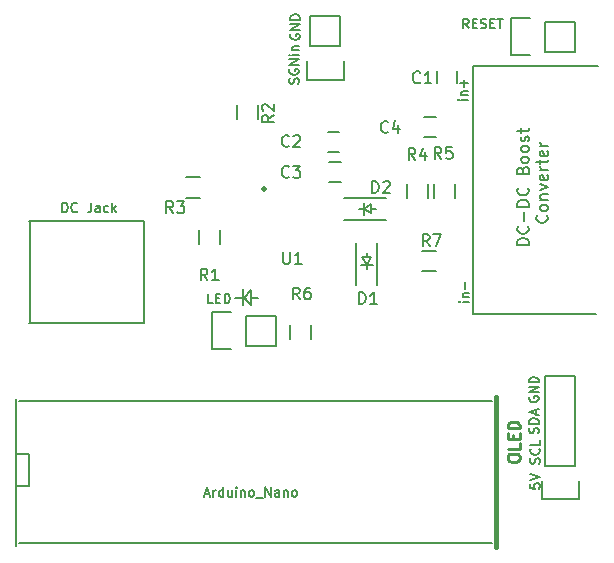
<source format=gbr>
G04 #@! TF.FileFunction,Legend,Top*
%FSLAX46Y46*%
G04 Gerber Fmt 4.6, Leading zero omitted, Abs format (unit mm)*
G04 Created by KiCad (PCBNEW 4.0.2-stable) date Sunday, December 18, 2016 'PMt' 04:17:45 PM*
%MOMM*%
G01*
G04 APERTURE LIST*
%ADD10C,0.100000*%
%ADD11C,0.200000*%
%ADD12C,0.250000*%
%ADD13C,0.300000*%
%ADD14C,0.150000*%
%ADD15C,0.381000*%
G04 APERTURE END LIST*
D10*
D11*
X68652381Y-77961905D02*
X68652381Y-77161905D01*
X68842857Y-77161905D01*
X68957143Y-77200000D01*
X69033334Y-77276190D01*
X69071429Y-77352381D01*
X69109524Y-77504762D01*
X69109524Y-77619048D01*
X69071429Y-77771429D01*
X69033334Y-77847619D01*
X68957143Y-77923810D01*
X68842857Y-77961905D01*
X68652381Y-77961905D01*
X69909524Y-77885714D02*
X69871429Y-77923810D01*
X69757143Y-77961905D01*
X69680953Y-77961905D01*
X69566667Y-77923810D01*
X69490476Y-77847619D01*
X69452381Y-77771429D01*
X69414286Y-77619048D01*
X69414286Y-77504762D01*
X69452381Y-77352381D01*
X69490476Y-77276190D01*
X69566667Y-77200000D01*
X69680953Y-77161905D01*
X69757143Y-77161905D01*
X69871429Y-77200000D01*
X69909524Y-77238095D01*
X71090477Y-77161905D02*
X71090477Y-77733333D01*
X71052381Y-77847619D01*
X70976191Y-77923810D01*
X70861905Y-77961905D01*
X70785715Y-77961905D01*
X71814286Y-77961905D02*
X71814286Y-77542857D01*
X71776191Y-77466667D01*
X71700001Y-77428571D01*
X71547620Y-77428571D01*
X71471429Y-77466667D01*
X71814286Y-77923810D02*
X71738096Y-77961905D01*
X71547620Y-77961905D01*
X71471429Y-77923810D01*
X71433334Y-77847619D01*
X71433334Y-77771429D01*
X71471429Y-77695238D01*
X71547620Y-77657143D01*
X71738096Y-77657143D01*
X71814286Y-77619048D01*
X72538096Y-77923810D02*
X72461906Y-77961905D01*
X72309525Y-77961905D01*
X72233334Y-77923810D01*
X72195239Y-77885714D01*
X72157144Y-77809524D01*
X72157144Y-77580952D01*
X72195239Y-77504762D01*
X72233334Y-77466667D01*
X72309525Y-77428571D01*
X72461906Y-77428571D01*
X72538096Y-77466667D01*
X72880953Y-77961905D02*
X72880953Y-77161905D01*
X72957144Y-77657143D02*
X73185715Y-77961905D01*
X73185715Y-77428571D02*
X72880953Y-77733333D01*
X81385715Y-85661905D02*
X81004762Y-85661905D01*
X81004762Y-84861905D01*
X81652381Y-85242857D02*
X81919048Y-85242857D01*
X82033334Y-85661905D02*
X81652381Y-85661905D01*
X81652381Y-84861905D01*
X82033334Y-84861905D01*
X82376191Y-85661905D02*
X82376191Y-84861905D01*
X82566667Y-84861905D01*
X82680953Y-84900000D01*
X82757144Y-84976190D01*
X82795239Y-85052381D01*
X82833334Y-85204762D01*
X82833334Y-85319048D01*
X82795239Y-85471429D01*
X82757144Y-85547619D01*
X82680953Y-85623810D01*
X82566667Y-85661905D01*
X82376191Y-85661905D01*
D12*
X106352381Y-98852381D02*
X106352381Y-98661904D01*
X106400000Y-98566666D01*
X106495238Y-98471428D01*
X106685714Y-98423809D01*
X107019048Y-98423809D01*
X107209524Y-98471428D01*
X107304762Y-98566666D01*
X107352381Y-98661904D01*
X107352381Y-98852381D01*
X107304762Y-98947619D01*
X107209524Y-99042857D01*
X107019048Y-99090476D01*
X106685714Y-99090476D01*
X106495238Y-99042857D01*
X106400000Y-98947619D01*
X106352381Y-98852381D01*
X107352381Y-97519047D02*
X107352381Y-97995238D01*
X106352381Y-97995238D01*
X106828571Y-97185714D02*
X106828571Y-96852380D01*
X107352381Y-96709523D02*
X107352381Y-97185714D01*
X106352381Y-97185714D01*
X106352381Y-96709523D01*
X107352381Y-96280952D02*
X106352381Y-96280952D01*
X106352381Y-96042857D01*
X106400000Y-95899999D01*
X106495238Y-95804761D01*
X106590476Y-95757142D01*
X106780952Y-95709523D01*
X106923810Y-95709523D01*
X107114286Y-95757142D01*
X107209524Y-95804761D01*
X107304762Y-95899999D01*
X107352381Y-96042857D01*
X107352381Y-96280952D01*
D11*
X83900000Y-85200000D02*
X83300000Y-85200000D01*
X84700000Y-85200000D02*
X85200000Y-85200000D01*
X83900000Y-85100000D02*
X83900000Y-85800000D01*
X83900000Y-84500000D02*
X83900000Y-85100000D01*
X83900000Y-85100000D02*
X83900000Y-84500000D01*
X84600000Y-85800000D02*
X83900000Y-85100000D01*
X84000000Y-85200000D02*
X84600000Y-85800000D01*
X84600000Y-84600000D02*
X84000000Y-85200000D01*
X84600000Y-85800000D02*
X84600000Y-84600000D01*
D13*
X85700000Y-75935714D02*
X85771428Y-76007143D01*
X85700000Y-76078571D01*
X85628571Y-76007143D01*
X85700000Y-75935714D01*
X85700000Y-76078571D01*
D11*
X88623810Y-67100000D02*
X88661905Y-66985714D01*
X88661905Y-66795238D01*
X88623810Y-66719048D01*
X88585714Y-66680952D01*
X88509524Y-66642857D01*
X88433333Y-66642857D01*
X88357143Y-66680952D01*
X88319048Y-66719048D01*
X88280952Y-66795238D01*
X88242857Y-66947619D01*
X88204762Y-67023810D01*
X88166667Y-67061905D01*
X88090476Y-67100000D01*
X88014286Y-67100000D01*
X87938095Y-67061905D01*
X87900000Y-67023810D01*
X87861905Y-66947619D01*
X87861905Y-66757143D01*
X87900000Y-66642857D01*
X87900000Y-65880952D02*
X87861905Y-65957143D01*
X87861905Y-66071428D01*
X87900000Y-66185714D01*
X87976190Y-66261905D01*
X88052381Y-66300000D01*
X88204762Y-66338095D01*
X88319048Y-66338095D01*
X88471429Y-66300000D01*
X88547619Y-66261905D01*
X88623810Y-66185714D01*
X88661905Y-66071428D01*
X88661905Y-65995238D01*
X88623810Y-65880952D01*
X88585714Y-65842857D01*
X88319048Y-65842857D01*
X88319048Y-65995238D01*
X88661905Y-65500000D02*
X87861905Y-65500000D01*
X88661905Y-65042857D01*
X87861905Y-65042857D01*
X88661905Y-64661905D02*
X88128571Y-64661905D01*
X87861905Y-64661905D02*
X87900000Y-64700000D01*
X87938095Y-64661905D01*
X87900000Y-64623810D01*
X87861905Y-64661905D01*
X87938095Y-64661905D01*
X88128571Y-64280953D02*
X88661905Y-64280953D01*
X88204762Y-64280953D02*
X88166667Y-64242858D01*
X88128571Y-64166667D01*
X88128571Y-64052381D01*
X88166667Y-63976191D01*
X88242857Y-63938096D01*
X88661905Y-63938096D01*
X88000000Y-62909523D02*
X87961905Y-62985714D01*
X87961905Y-63099999D01*
X88000000Y-63214285D01*
X88076190Y-63290476D01*
X88152381Y-63328571D01*
X88304762Y-63366666D01*
X88419048Y-63366666D01*
X88571429Y-63328571D01*
X88647619Y-63290476D01*
X88723810Y-63214285D01*
X88761905Y-63099999D01*
X88761905Y-63023809D01*
X88723810Y-62909523D01*
X88685714Y-62871428D01*
X88419048Y-62871428D01*
X88419048Y-63023809D01*
X88761905Y-62528571D02*
X87961905Y-62528571D01*
X88761905Y-62071428D01*
X87961905Y-62071428D01*
X88761905Y-61690476D02*
X87961905Y-61690476D01*
X87961905Y-61500000D01*
X88000000Y-61385714D01*
X88076190Y-61309523D01*
X88152381Y-61271428D01*
X88304762Y-61233333D01*
X88419048Y-61233333D01*
X88571429Y-61271428D01*
X88647619Y-61309523D01*
X88723810Y-61385714D01*
X88761905Y-61500000D01*
X88761905Y-61690476D01*
X103061905Y-85557143D02*
X102528571Y-85557143D01*
X102261905Y-85557143D02*
X102300000Y-85595238D01*
X102338095Y-85557143D01*
X102300000Y-85519048D01*
X102261905Y-85557143D01*
X102338095Y-85557143D01*
X102528571Y-85176191D02*
X103061905Y-85176191D01*
X102604762Y-85176191D02*
X102566667Y-85138096D01*
X102528571Y-85061905D01*
X102528571Y-84947619D01*
X102566667Y-84871429D01*
X102642857Y-84833334D01*
X103061905Y-84833334D01*
X102757143Y-84452381D02*
X102757143Y-83842857D01*
X102961905Y-68457143D02*
X102428571Y-68457143D01*
X102161905Y-68457143D02*
X102200000Y-68495238D01*
X102238095Y-68457143D01*
X102200000Y-68419048D01*
X102161905Y-68457143D01*
X102238095Y-68457143D01*
X102428571Y-68076191D02*
X102961905Y-68076191D01*
X102504762Y-68076191D02*
X102466667Y-68038096D01*
X102428571Y-67961905D01*
X102428571Y-67847619D01*
X102466667Y-67771429D01*
X102542857Y-67733334D01*
X102961905Y-67733334D01*
X102657143Y-67352381D02*
X102657143Y-66742857D01*
X102961905Y-67047619D02*
X102352381Y-67047619D01*
X103038095Y-62411905D02*
X102771428Y-62030952D01*
X102580952Y-62411905D02*
X102580952Y-61611905D01*
X102885714Y-61611905D01*
X102961905Y-61650000D01*
X103000000Y-61688095D01*
X103038095Y-61764286D01*
X103038095Y-61878571D01*
X103000000Y-61954762D01*
X102961905Y-61992857D01*
X102885714Y-62030952D01*
X102580952Y-62030952D01*
X103380952Y-61992857D02*
X103647619Y-61992857D01*
X103761905Y-62411905D02*
X103380952Y-62411905D01*
X103380952Y-61611905D01*
X103761905Y-61611905D01*
X104066667Y-62373810D02*
X104180953Y-62411905D01*
X104371429Y-62411905D01*
X104447619Y-62373810D01*
X104485715Y-62335714D01*
X104523810Y-62259524D01*
X104523810Y-62183333D01*
X104485715Y-62107143D01*
X104447619Y-62069048D01*
X104371429Y-62030952D01*
X104219048Y-61992857D01*
X104142857Y-61954762D01*
X104104762Y-61916667D01*
X104066667Y-61840476D01*
X104066667Y-61764286D01*
X104104762Y-61688095D01*
X104142857Y-61650000D01*
X104219048Y-61611905D01*
X104409524Y-61611905D01*
X104523810Y-61650000D01*
X104866667Y-61992857D02*
X105133334Y-61992857D01*
X105247620Y-62411905D02*
X104866667Y-62411905D01*
X104866667Y-61611905D01*
X105247620Y-61611905D01*
X105476191Y-61611905D02*
X105933334Y-61611905D01*
X105704763Y-62411905D02*
X105704763Y-61611905D01*
X103400000Y-86600000D02*
X113800000Y-86600000D01*
X103400000Y-65600000D02*
X103400000Y-86600000D01*
X114000000Y-65600000D02*
X103400000Y-65600000D01*
X108923810Y-96671428D02*
X108961905Y-96557142D01*
X108961905Y-96366666D01*
X108923810Y-96290476D01*
X108885714Y-96252380D01*
X108809524Y-96214285D01*
X108733333Y-96214285D01*
X108657143Y-96252380D01*
X108619048Y-96290476D01*
X108580952Y-96366666D01*
X108542857Y-96519047D01*
X108504762Y-96595238D01*
X108466667Y-96633333D01*
X108390476Y-96671428D01*
X108314286Y-96671428D01*
X108238095Y-96633333D01*
X108200000Y-96595238D01*
X108161905Y-96519047D01*
X108161905Y-96328571D01*
X108200000Y-96214285D01*
X108961905Y-95871428D02*
X108161905Y-95871428D01*
X108161905Y-95680952D01*
X108200000Y-95566666D01*
X108276190Y-95490475D01*
X108352381Y-95452380D01*
X108504762Y-95414285D01*
X108619048Y-95414285D01*
X108771429Y-95452380D01*
X108847619Y-95490475D01*
X108923810Y-95566666D01*
X108961905Y-95680952D01*
X108961905Y-95871428D01*
X108733333Y-95109523D02*
X108733333Y-94728571D01*
X108961905Y-95185714D02*
X108161905Y-94919047D01*
X108961905Y-94652380D01*
X108200000Y-93609523D02*
X108161905Y-93685714D01*
X108161905Y-93799999D01*
X108200000Y-93914285D01*
X108276190Y-93990476D01*
X108352381Y-94028571D01*
X108504762Y-94066666D01*
X108619048Y-94066666D01*
X108771429Y-94028571D01*
X108847619Y-93990476D01*
X108923810Y-93914285D01*
X108961905Y-93799999D01*
X108961905Y-93723809D01*
X108923810Y-93609523D01*
X108885714Y-93571428D01*
X108619048Y-93571428D01*
X108619048Y-93723809D01*
X108961905Y-93228571D02*
X108161905Y-93228571D01*
X108961905Y-92771428D01*
X108161905Y-92771428D01*
X108961905Y-92390476D02*
X108161905Y-92390476D01*
X108161905Y-92200000D01*
X108200000Y-92085714D01*
X108276190Y-92009523D01*
X108352381Y-91971428D01*
X108504762Y-91933333D01*
X108619048Y-91933333D01*
X108771429Y-91971428D01*
X108847619Y-92009523D01*
X108923810Y-92085714D01*
X108961905Y-92200000D01*
X108961905Y-92390476D01*
X109023810Y-99252381D02*
X109061905Y-99138095D01*
X109061905Y-98947619D01*
X109023810Y-98871429D01*
X108985714Y-98833333D01*
X108909524Y-98795238D01*
X108833333Y-98795238D01*
X108757143Y-98833333D01*
X108719048Y-98871429D01*
X108680952Y-98947619D01*
X108642857Y-99100000D01*
X108604762Y-99176191D01*
X108566667Y-99214286D01*
X108490476Y-99252381D01*
X108414286Y-99252381D01*
X108338095Y-99214286D01*
X108300000Y-99176191D01*
X108261905Y-99100000D01*
X108261905Y-98909524D01*
X108300000Y-98795238D01*
X108985714Y-97995238D02*
X109023810Y-98033333D01*
X109061905Y-98147619D01*
X109061905Y-98223809D01*
X109023810Y-98338095D01*
X108947619Y-98414286D01*
X108871429Y-98452381D01*
X108719048Y-98490476D01*
X108604762Y-98490476D01*
X108452381Y-98452381D01*
X108376190Y-98414286D01*
X108300000Y-98338095D01*
X108261905Y-98223809D01*
X108261905Y-98147619D01*
X108300000Y-98033333D01*
X108338095Y-97995238D01*
X109061905Y-97271428D02*
X109061905Y-97652381D01*
X108261905Y-97652381D01*
X108261905Y-100952380D02*
X108261905Y-101333333D01*
X108642857Y-101371428D01*
X108604762Y-101333333D01*
X108566667Y-101257142D01*
X108566667Y-101066666D01*
X108604762Y-100990476D01*
X108642857Y-100952380D01*
X108719048Y-100914285D01*
X108909524Y-100914285D01*
X108985714Y-100952380D01*
X109023810Y-100990476D01*
X109061905Y-101066666D01*
X109061905Y-101257142D01*
X109023810Y-101333333D01*
X108985714Y-101371428D01*
X108261905Y-100685714D02*
X109061905Y-100419047D01*
X108261905Y-100152380D01*
X108152381Y-80738096D02*
X107152381Y-80738096D01*
X107152381Y-80500001D01*
X107200000Y-80357143D01*
X107295238Y-80261905D01*
X107390476Y-80214286D01*
X107580952Y-80166667D01*
X107723810Y-80166667D01*
X107914286Y-80214286D01*
X108009524Y-80261905D01*
X108104762Y-80357143D01*
X108152381Y-80500001D01*
X108152381Y-80738096D01*
X108057143Y-79166667D02*
X108104762Y-79214286D01*
X108152381Y-79357143D01*
X108152381Y-79452381D01*
X108104762Y-79595239D01*
X108009524Y-79690477D01*
X107914286Y-79738096D01*
X107723810Y-79785715D01*
X107580952Y-79785715D01*
X107390476Y-79738096D01*
X107295238Y-79690477D01*
X107200000Y-79595239D01*
X107152381Y-79452381D01*
X107152381Y-79357143D01*
X107200000Y-79214286D01*
X107247619Y-79166667D01*
X107771429Y-78738096D02*
X107771429Y-77976191D01*
X108152381Y-77500001D02*
X107152381Y-77500001D01*
X107152381Y-77261906D01*
X107200000Y-77119048D01*
X107295238Y-77023810D01*
X107390476Y-76976191D01*
X107580952Y-76928572D01*
X107723810Y-76928572D01*
X107914286Y-76976191D01*
X108009524Y-77023810D01*
X108104762Y-77119048D01*
X108152381Y-77261906D01*
X108152381Y-77500001D01*
X108057143Y-75928572D02*
X108104762Y-75976191D01*
X108152381Y-76119048D01*
X108152381Y-76214286D01*
X108104762Y-76357144D01*
X108009524Y-76452382D01*
X107914286Y-76500001D01*
X107723810Y-76547620D01*
X107580952Y-76547620D01*
X107390476Y-76500001D01*
X107295238Y-76452382D01*
X107200000Y-76357144D01*
X107152381Y-76214286D01*
X107152381Y-76119048D01*
X107200000Y-75976191D01*
X107247619Y-75928572D01*
X107628571Y-74404762D02*
X107676190Y-74261905D01*
X107723810Y-74214286D01*
X107819048Y-74166667D01*
X107961905Y-74166667D01*
X108057143Y-74214286D01*
X108104762Y-74261905D01*
X108152381Y-74357143D01*
X108152381Y-74738096D01*
X107152381Y-74738096D01*
X107152381Y-74404762D01*
X107200000Y-74309524D01*
X107247619Y-74261905D01*
X107342857Y-74214286D01*
X107438095Y-74214286D01*
X107533333Y-74261905D01*
X107580952Y-74309524D01*
X107628571Y-74404762D01*
X107628571Y-74738096D01*
X108152381Y-73595239D02*
X108104762Y-73690477D01*
X108057143Y-73738096D01*
X107961905Y-73785715D01*
X107676190Y-73785715D01*
X107580952Y-73738096D01*
X107533333Y-73690477D01*
X107485714Y-73595239D01*
X107485714Y-73452381D01*
X107533333Y-73357143D01*
X107580952Y-73309524D01*
X107676190Y-73261905D01*
X107961905Y-73261905D01*
X108057143Y-73309524D01*
X108104762Y-73357143D01*
X108152381Y-73452381D01*
X108152381Y-73595239D01*
X108152381Y-72690477D02*
X108104762Y-72785715D01*
X108057143Y-72833334D01*
X107961905Y-72880953D01*
X107676190Y-72880953D01*
X107580952Y-72833334D01*
X107533333Y-72785715D01*
X107485714Y-72690477D01*
X107485714Y-72547619D01*
X107533333Y-72452381D01*
X107580952Y-72404762D01*
X107676190Y-72357143D01*
X107961905Y-72357143D01*
X108057143Y-72404762D01*
X108104762Y-72452381D01*
X108152381Y-72547619D01*
X108152381Y-72690477D01*
X108104762Y-71976191D02*
X108152381Y-71880953D01*
X108152381Y-71690477D01*
X108104762Y-71595238D01*
X108009524Y-71547619D01*
X107961905Y-71547619D01*
X107866667Y-71595238D01*
X107819048Y-71690477D01*
X107819048Y-71833334D01*
X107771429Y-71928572D01*
X107676190Y-71976191D01*
X107628571Y-71976191D01*
X107533333Y-71928572D01*
X107485714Y-71833334D01*
X107485714Y-71690477D01*
X107533333Y-71595238D01*
X107485714Y-71261905D02*
X107485714Y-70880953D01*
X107152381Y-71119048D02*
X108009524Y-71119048D01*
X108104762Y-71071429D01*
X108152381Y-70976191D01*
X108152381Y-70880953D01*
X109657143Y-78238096D02*
X109704762Y-78285715D01*
X109752381Y-78428572D01*
X109752381Y-78523810D01*
X109704762Y-78666668D01*
X109609524Y-78761906D01*
X109514286Y-78809525D01*
X109323810Y-78857144D01*
X109180952Y-78857144D01*
X108990476Y-78809525D01*
X108895238Y-78761906D01*
X108800000Y-78666668D01*
X108752381Y-78523810D01*
X108752381Y-78428572D01*
X108800000Y-78285715D01*
X108847619Y-78238096D01*
X109752381Y-77666668D02*
X109704762Y-77761906D01*
X109657143Y-77809525D01*
X109561905Y-77857144D01*
X109276190Y-77857144D01*
X109180952Y-77809525D01*
X109133333Y-77761906D01*
X109085714Y-77666668D01*
X109085714Y-77523810D01*
X109133333Y-77428572D01*
X109180952Y-77380953D01*
X109276190Y-77333334D01*
X109561905Y-77333334D01*
X109657143Y-77380953D01*
X109704762Y-77428572D01*
X109752381Y-77523810D01*
X109752381Y-77666668D01*
X109085714Y-76904763D02*
X109752381Y-76904763D01*
X109180952Y-76904763D02*
X109133333Y-76857144D01*
X109085714Y-76761906D01*
X109085714Y-76619048D01*
X109133333Y-76523810D01*
X109228571Y-76476191D01*
X109752381Y-76476191D01*
X109085714Y-76095239D02*
X109752381Y-75857144D01*
X109085714Y-75619048D01*
X109704762Y-74857143D02*
X109752381Y-74952381D01*
X109752381Y-75142858D01*
X109704762Y-75238096D01*
X109609524Y-75285715D01*
X109228571Y-75285715D01*
X109133333Y-75238096D01*
X109085714Y-75142858D01*
X109085714Y-74952381D01*
X109133333Y-74857143D01*
X109228571Y-74809524D01*
X109323810Y-74809524D01*
X109419048Y-75285715D01*
X109752381Y-74380953D02*
X109085714Y-74380953D01*
X109276190Y-74380953D02*
X109180952Y-74333334D01*
X109133333Y-74285715D01*
X109085714Y-74190477D01*
X109085714Y-74095238D01*
X109085714Y-73904762D02*
X109085714Y-73523810D01*
X108752381Y-73761905D02*
X109609524Y-73761905D01*
X109704762Y-73714286D01*
X109752381Y-73619048D01*
X109752381Y-73523810D01*
X109704762Y-72809523D02*
X109752381Y-72904761D01*
X109752381Y-73095238D01*
X109704762Y-73190476D01*
X109609524Y-73238095D01*
X109228571Y-73238095D01*
X109133333Y-73190476D01*
X109085714Y-73095238D01*
X109085714Y-72904761D01*
X109133333Y-72809523D01*
X109228571Y-72761904D01*
X109323810Y-72761904D01*
X109419048Y-73238095D01*
X109752381Y-72333333D02*
X109085714Y-72333333D01*
X109276190Y-72333333D02*
X109180952Y-72285714D01*
X109133333Y-72238095D01*
X109085714Y-72142857D01*
X109085714Y-72047618D01*
D14*
X65000000Y-106000000D02*
X105000000Y-106000000D01*
X65000000Y-94000000D02*
X105000000Y-94000000D01*
X65823000Y-101143000D02*
X64807000Y-101143000D01*
X65823000Y-100762000D02*
X65823000Y-101143000D01*
X65823000Y-100889000D02*
X65823000Y-98476000D01*
X65823000Y-98476000D02*
X64807000Y-98476000D01*
X64807000Y-98476000D02*
X65823000Y-98476000D01*
X65823000Y-98476000D02*
X65823000Y-100762000D01*
X64680000Y-106223000D02*
X64680000Y-93777000D01*
D15*
X105320000Y-93650000D02*
X105320000Y-106350000D01*
D14*
X75588000Y-87318000D02*
X65809000Y-87318000D01*
X65809000Y-78682000D02*
X75588000Y-78682000D01*
X75588000Y-78682000D02*
X65809000Y-78682000D01*
X65809000Y-78682000D02*
X65936000Y-78682000D01*
X65936000Y-78682000D02*
X65936000Y-87318000D01*
X75588000Y-78682000D02*
X75588000Y-87318000D01*
X92100000Y-71150000D02*
X91100000Y-71150000D01*
X91100000Y-72850000D02*
X92100000Y-72850000D01*
X100300000Y-69950000D02*
X99300000Y-69950000D01*
X99300000Y-71650000D02*
X100300000Y-71650000D01*
X94400000Y-81782500D02*
X94400000Y-81401500D01*
X94400000Y-82798500D02*
X94400000Y-82417500D01*
X94400000Y-82417500D02*
X94019000Y-81782500D01*
X94019000Y-81782500D02*
X94781000Y-81782500D01*
X94781000Y-81782500D02*
X94400000Y-82417500D01*
X93892000Y-82417500D02*
X94908000Y-82417500D01*
X95300000Y-84100000D02*
X95300000Y-80560000D01*
X93500000Y-84100000D02*
X93500000Y-80560000D01*
X94817500Y-77700000D02*
X95198500Y-77700000D01*
X93801500Y-77700000D02*
X94182500Y-77700000D01*
X94182500Y-77700000D02*
X94817500Y-77319000D01*
X94817500Y-77319000D02*
X94817500Y-78081000D01*
X94817500Y-78081000D02*
X94182500Y-77700000D01*
X94182500Y-77192000D02*
X94182500Y-78208000D01*
X92500000Y-78600000D02*
X96040000Y-78600000D01*
X92500000Y-76800000D02*
X96040000Y-76800000D01*
X84170000Y-86730000D02*
X86710000Y-86730000D01*
X81350000Y-86450000D02*
X82900000Y-86450000D01*
X84170000Y-86730000D02*
X84170000Y-89270000D01*
X82900000Y-89550000D02*
X81350000Y-89550000D01*
X81350000Y-89550000D02*
X81350000Y-86450000D01*
X84170000Y-89270000D02*
X86710000Y-89270000D01*
X86710000Y-89270000D02*
X86710000Y-86730000D01*
X89630000Y-63930000D02*
X89630000Y-61390000D01*
X89350000Y-66750000D02*
X89350000Y-65200000D01*
X89630000Y-63930000D02*
X92170000Y-63930000D01*
X92450000Y-65200000D02*
X92450000Y-66750000D01*
X92450000Y-66750000D02*
X89350000Y-66750000D01*
X92170000Y-63930000D02*
X92170000Y-61390000D01*
X92170000Y-61390000D02*
X89630000Y-61390000D01*
X81975000Y-79500000D02*
X81975000Y-80700000D01*
X80225000Y-80700000D02*
X80225000Y-79500000D01*
X85175000Y-68900000D02*
X85175000Y-70100000D01*
X83425000Y-70100000D02*
X83425000Y-68900000D01*
X80300000Y-76775000D02*
X79100000Y-76775000D01*
X79100000Y-75025000D02*
X80300000Y-75025000D01*
X97825000Y-76800000D02*
X97825000Y-75600000D01*
X99575000Y-75600000D02*
X99575000Y-76800000D01*
X101875000Y-75600000D02*
X101875000Y-76800000D01*
X100125000Y-76800000D02*
X100125000Y-75600000D01*
X89675000Y-87500000D02*
X89675000Y-88700000D01*
X87925000Y-88700000D02*
X87925000Y-87500000D01*
X99100000Y-81225000D02*
X100300000Y-81225000D01*
X100300000Y-82975000D02*
X99100000Y-82975000D01*
X109470000Y-61830000D02*
X112010000Y-61830000D01*
X106650000Y-61550000D02*
X108200000Y-61550000D01*
X109470000Y-61830000D02*
X109470000Y-64370000D01*
X108200000Y-64650000D02*
X106650000Y-64650000D01*
X106650000Y-64650000D02*
X106650000Y-61550000D01*
X109470000Y-64370000D02*
X112010000Y-64370000D01*
X112010000Y-64370000D02*
X112010000Y-61830000D01*
X112070000Y-99430000D02*
X112070000Y-91810000D01*
X109530000Y-99430000D02*
X109530000Y-91810000D01*
X109250000Y-102250000D02*
X109250000Y-100700000D01*
X112070000Y-91810000D02*
X109530000Y-91810000D01*
X109530000Y-99430000D02*
X112070000Y-99430000D01*
X112350000Y-100700000D02*
X112350000Y-102250000D01*
X112350000Y-102250000D02*
X109250000Y-102250000D01*
X100350000Y-66000000D02*
X100350000Y-67000000D01*
X102050000Y-67000000D02*
X102050000Y-66000000D01*
X92200000Y-73750000D02*
X91200000Y-73750000D01*
X91200000Y-75450000D02*
X92200000Y-75450000D01*
D11*
X80714285Y-101833333D02*
X81095237Y-101833333D01*
X80638094Y-102061905D02*
X80904761Y-101261905D01*
X81171428Y-102061905D01*
X81438094Y-102061905D02*
X81438094Y-101528571D01*
X81438094Y-101680952D02*
X81476189Y-101604762D01*
X81514285Y-101566667D01*
X81590475Y-101528571D01*
X81666666Y-101528571D01*
X82276189Y-102061905D02*
X82276189Y-101261905D01*
X82276189Y-102023810D02*
X82199999Y-102061905D01*
X82047618Y-102061905D01*
X81971427Y-102023810D01*
X81933332Y-101985714D01*
X81895237Y-101909524D01*
X81895237Y-101680952D01*
X81933332Y-101604762D01*
X81971427Y-101566667D01*
X82047618Y-101528571D01*
X82199999Y-101528571D01*
X82276189Y-101566667D01*
X82999999Y-101528571D02*
X82999999Y-102061905D01*
X82657142Y-101528571D02*
X82657142Y-101947619D01*
X82695237Y-102023810D01*
X82771428Y-102061905D01*
X82885714Y-102061905D01*
X82961904Y-102023810D01*
X82999999Y-101985714D01*
X83380952Y-102061905D02*
X83380952Y-101528571D01*
X83380952Y-101261905D02*
X83342857Y-101300000D01*
X83380952Y-101338095D01*
X83419047Y-101300000D01*
X83380952Y-101261905D01*
X83380952Y-101338095D01*
X83761904Y-101528571D02*
X83761904Y-102061905D01*
X83761904Y-101604762D02*
X83799999Y-101566667D01*
X83876190Y-101528571D01*
X83990476Y-101528571D01*
X84066666Y-101566667D01*
X84104761Y-101642857D01*
X84104761Y-102061905D01*
X84600000Y-102061905D02*
X84523809Y-102023810D01*
X84485714Y-101985714D01*
X84447619Y-101909524D01*
X84447619Y-101680952D01*
X84485714Y-101604762D01*
X84523809Y-101566667D01*
X84600000Y-101528571D01*
X84714286Y-101528571D01*
X84790476Y-101566667D01*
X84828571Y-101604762D01*
X84866667Y-101680952D01*
X84866667Y-101909524D01*
X84828571Y-101985714D01*
X84790476Y-102023810D01*
X84714286Y-102061905D01*
X84600000Y-102061905D01*
X85019048Y-102138095D02*
X85628572Y-102138095D01*
X85819048Y-102061905D02*
X85819048Y-101261905D01*
X86276191Y-102061905D01*
X86276191Y-101261905D01*
X87000000Y-102061905D02*
X87000000Y-101642857D01*
X86961905Y-101566667D01*
X86885715Y-101528571D01*
X86733334Y-101528571D01*
X86657143Y-101566667D01*
X87000000Y-102023810D02*
X86923810Y-102061905D01*
X86733334Y-102061905D01*
X86657143Y-102023810D01*
X86619048Y-101947619D01*
X86619048Y-101871429D01*
X86657143Y-101795238D01*
X86733334Y-101757143D01*
X86923810Y-101757143D01*
X87000000Y-101719048D01*
X87380953Y-101528571D02*
X87380953Y-102061905D01*
X87380953Y-101604762D02*
X87419048Y-101566667D01*
X87495239Y-101528571D01*
X87609525Y-101528571D01*
X87685715Y-101566667D01*
X87723810Y-101642857D01*
X87723810Y-102061905D01*
X88219049Y-102061905D02*
X88142858Y-102023810D01*
X88104763Y-101985714D01*
X88066668Y-101909524D01*
X88066668Y-101680952D01*
X88104763Y-101604762D01*
X88142858Y-101566667D01*
X88219049Y-101528571D01*
X88333335Y-101528571D01*
X88409525Y-101566667D01*
X88447620Y-101604762D01*
X88485716Y-101680952D01*
X88485716Y-101909524D01*
X88447620Y-101985714D01*
X88409525Y-102023810D01*
X88333335Y-102061905D01*
X88219049Y-102061905D01*
D14*
X87833334Y-72357143D02*
X87785715Y-72404762D01*
X87642858Y-72452381D01*
X87547620Y-72452381D01*
X87404762Y-72404762D01*
X87309524Y-72309524D01*
X87261905Y-72214286D01*
X87214286Y-72023810D01*
X87214286Y-71880952D01*
X87261905Y-71690476D01*
X87309524Y-71595238D01*
X87404762Y-71500000D01*
X87547620Y-71452381D01*
X87642858Y-71452381D01*
X87785715Y-71500000D01*
X87833334Y-71547619D01*
X88214286Y-71547619D02*
X88261905Y-71500000D01*
X88357143Y-71452381D01*
X88595239Y-71452381D01*
X88690477Y-71500000D01*
X88738096Y-71547619D01*
X88785715Y-71642857D01*
X88785715Y-71738095D01*
X88738096Y-71880952D01*
X88166667Y-72452381D01*
X88785715Y-72452381D01*
X96233334Y-71157143D02*
X96185715Y-71204762D01*
X96042858Y-71252381D01*
X95947620Y-71252381D01*
X95804762Y-71204762D01*
X95709524Y-71109524D01*
X95661905Y-71014286D01*
X95614286Y-70823810D01*
X95614286Y-70680952D01*
X95661905Y-70490476D01*
X95709524Y-70395238D01*
X95804762Y-70300000D01*
X95947620Y-70252381D01*
X96042858Y-70252381D01*
X96185715Y-70300000D01*
X96233334Y-70347619D01*
X97090477Y-70585714D02*
X97090477Y-71252381D01*
X96852381Y-70204762D02*
X96614286Y-70919048D01*
X97233334Y-70919048D01*
X93761905Y-85752381D02*
X93761905Y-84752381D01*
X94000000Y-84752381D01*
X94142858Y-84800000D01*
X94238096Y-84895238D01*
X94285715Y-84990476D01*
X94333334Y-85180952D01*
X94333334Y-85323810D01*
X94285715Y-85514286D01*
X94238096Y-85609524D01*
X94142858Y-85704762D01*
X94000000Y-85752381D01*
X93761905Y-85752381D01*
X95285715Y-85752381D02*
X94714286Y-85752381D01*
X95000000Y-85752381D02*
X95000000Y-84752381D01*
X94904762Y-84895238D01*
X94809524Y-84990476D01*
X94714286Y-85038095D01*
X94861905Y-76352381D02*
X94861905Y-75352381D01*
X95100000Y-75352381D01*
X95242858Y-75400000D01*
X95338096Y-75495238D01*
X95385715Y-75590476D01*
X95433334Y-75780952D01*
X95433334Y-75923810D01*
X95385715Y-76114286D01*
X95338096Y-76209524D01*
X95242858Y-76304762D01*
X95100000Y-76352381D01*
X94861905Y-76352381D01*
X95814286Y-75447619D02*
X95861905Y-75400000D01*
X95957143Y-75352381D01*
X96195239Y-75352381D01*
X96290477Y-75400000D01*
X96338096Y-75447619D01*
X96385715Y-75542857D01*
X96385715Y-75638095D01*
X96338096Y-75780952D01*
X95766667Y-76352381D01*
X96385715Y-76352381D01*
X80933334Y-83752381D02*
X80600000Y-83276190D01*
X80361905Y-83752381D02*
X80361905Y-82752381D01*
X80742858Y-82752381D01*
X80838096Y-82800000D01*
X80885715Y-82847619D01*
X80933334Y-82942857D01*
X80933334Y-83085714D01*
X80885715Y-83180952D01*
X80838096Y-83228571D01*
X80742858Y-83276190D01*
X80361905Y-83276190D01*
X81885715Y-83752381D02*
X81314286Y-83752381D01*
X81600000Y-83752381D02*
X81600000Y-82752381D01*
X81504762Y-82895238D01*
X81409524Y-82990476D01*
X81314286Y-83038095D01*
X86552381Y-69766666D02*
X86076190Y-70100000D01*
X86552381Y-70338095D02*
X85552381Y-70338095D01*
X85552381Y-69957142D01*
X85600000Y-69861904D01*
X85647619Y-69814285D01*
X85742857Y-69766666D01*
X85885714Y-69766666D01*
X85980952Y-69814285D01*
X86028571Y-69861904D01*
X86076190Y-69957142D01*
X86076190Y-70338095D01*
X85647619Y-69385714D02*
X85600000Y-69338095D01*
X85552381Y-69242857D01*
X85552381Y-69004761D01*
X85600000Y-68909523D01*
X85647619Y-68861904D01*
X85742857Y-68814285D01*
X85838095Y-68814285D01*
X85980952Y-68861904D01*
X86552381Y-69433333D01*
X86552381Y-68814285D01*
X78033334Y-78052381D02*
X77700000Y-77576190D01*
X77461905Y-78052381D02*
X77461905Y-77052381D01*
X77842858Y-77052381D01*
X77938096Y-77100000D01*
X77985715Y-77147619D01*
X78033334Y-77242857D01*
X78033334Y-77385714D01*
X77985715Y-77480952D01*
X77938096Y-77528571D01*
X77842858Y-77576190D01*
X77461905Y-77576190D01*
X78366667Y-77052381D02*
X78985715Y-77052381D01*
X78652381Y-77433333D01*
X78795239Y-77433333D01*
X78890477Y-77480952D01*
X78938096Y-77528571D01*
X78985715Y-77623810D01*
X78985715Y-77861905D01*
X78938096Y-77957143D01*
X78890477Y-78004762D01*
X78795239Y-78052381D01*
X78509524Y-78052381D01*
X78414286Y-78004762D01*
X78366667Y-77957143D01*
X98533334Y-73552381D02*
X98200000Y-73076190D01*
X97961905Y-73552381D02*
X97961905Y-72552381D01*
X98342858Y-72552381D01*
X98438096Y-72600000D01*
X98485715Y-72647619D01*
X98533334Y-72742857D01*
X98533334Y-72885714D01*
X98485715Y-72980952D01*
X98438096Y-73028571D01*
X98342858Y-73076190D01*
X97961905Y-73076190D01*
X99390477Y-72885714D02*
X99390477Y-73552381D01*
X99152381Y-72504762D02*
X98914286Y-73219048D01*
X99533334Y-73219048D01*
X100733334Y-73452381D02*
X100400000Y-72976190D01*
X100161905Y-73452381D02*
X100161905Y-72452381D01*
X100542858Y-72452381D01*
X100638096Y-72500000D01*
X100685715Y-72547619D01*
X100733334Y-72642857D01*
X100733334Y-72785714D01*
X100685715Y-72880952D01*
X100638096Y-72928571D01*
X100542858Y-72976190D01*
X100161905Y-72976190D01*
X101638096Y-72452381D02*
X101161905Y-72452381D01*
X101114286Y-72928571D01*
X101161905Y-72880952D01*
X101257143Y-72833333D01*
X101495239Y-72833333D01*
X101590477Y-72880952D01*
X101638096Y-72928571D01*
X101685715Y-73023810D01*
X101685715Y-73261905D01*
X101638096Y-73357143D01*
X101590477Y-73404762D01*
X101495239Y-73452381D01*
X101257143Y-73452381D01*
X101161905Y-73404762D01*
X101114286Y-73357143D01*
X88733334Y-85352381D02*
X88400000Y-84876190D01*
X88161905Y-85352381D02*
X88161905Y-84352381D01*
X88542858Y-84352381D01*
X88638096Y-84400000D01*
X88685715Y-84447619D01*
X88733334Y-84542857D01*
X88733334Y-84685714D01*
X88685715Y-84780952D01*
X88638096Y-84828571D01*
X88542858Y-84876190D01*
X88161905Y-84876190D01*
X89590477Y-84352381D02*
X89400000Y-84352381D01*
X89304762Y-84400000D01*
X89257143Y-84447619D01*
X89161905Y-84590476D01*
X89114286Y-84780952D01*
X89114286Y-85161905D01*
X89161905Y-85257143D01*
X89209524Y-85304762D01*
X89304762Y-85352381D01*
X89495239Y-85352381D01*
X89590477Y-85304762D01*
X89638096Y-85257143D01*
X89685715Y-85161905D01*
X89685715Y-84923810D01*
X89638096Y-84828571D01*
X89590477Y-84780952D01*
X89495239Y-84733333D01*
X89304762Y-84733333D01*
X89209524Y-84780952D01*
X89161905Y-84828571D01*
X89114286Y-84923810D01*
X99733334Y-80852381D02*
X99400000Y-80376190D01*
X99161905Y-80852381D02*
X99161905Y-79852381D01*
X99542858Y-79852381D01*
X99638096Y-79900000D01*
X99685715Y-79947619D01*
X99733334Y-80042857D01*
X99733334Y-80185714D01*
X99685715Y-80280952D01*
X99638096Y-80328571D01*
X99542858Y-80376190D01*
X99161905Y-80376190D01*
X100066667Y-79852381D02*
X100733334Y-79852381D01*
X100304762Y-80852381D01*
X87338095Y-81352381D02*
X87338095Y-82161905D01*
X87385714Y-82257143D01*
X87433333Y-82304762D01*
X87528571Y-82352381D01*
X87719048Y-82352381D01*
X87814286Y-82304762D01*
X87861905Y-82257143D01*
X87909524Y-82161905D01*
X87909524Y-81352381D01*
X88909524Y-82352381D02*
X88338095Y-82352381D01*
X88623809Y-82352381D02*
X88623809Y-81352381D01*
X88528571Y-81495238D01*
X88433333Y-81590476D01*
X88338095Y-81638095D01*
X98933334Y-66957143D02*
X98885715Y-67004762D01*
X98742858Y-67052381D01*
X98647620Y-67052381D01*
X98504762Y-67004762D01*
X98409524Y-66909524D01*
X98361905Y-66814286D01*
X98314286Y-66623810D01*
X98314286Y-66480952D01*
X98361905Y-66290476D01*
X98409524Y-66195238D01*
X98504762Y-66100000D01*
X98647620Y-66052381D01*
X98742858Y-66052381D01*
X98885715Y-66100000D01*
X98933334Y-66147619D01*
X99885715Y-67052381D02*
X99314286Y-67052381D01*
X99600000Y-67052381D02*
X99600000Y-66052381D01*
X99504762Y-66195238D01*
X99409524Y-66290476D01*
X99314286Y-66338095D01*
X87833334Y-74957143D02*
X87785715Y-75004762D01*
X87642858Y-75052381D01*
X87547620Y-75052381D01*
X87404762Y-75004762D01*
X87309524Y-74909524D01*
X87261905Y-74814286D01*
X87214286Y-74623810D01*
X87214286Y-74480952D01*
X87261905Y-74290476D01*
X87309524Y-74195238D01*
X87404762Y-74100000D01*
X87547620Y-74052381D01*
X87642858Y-74052381D01*
X87785715Y-74100000D01*
X87833334Y-74147619D01*
X88166667Y-74052381D02*
X88785715Y-74052381D01*
X88452381Y-74433333D01*
X88595239Y-74433333D01*
X88690477Y-74480952D01*
X88738096Y-74528571D01*
X88785715Y-74623810D01*
X88785715Y-74861905D01*
X88738096Y-74957143D01*
X88690477Y-75004762D01*
X88595239Y-75052381D01*
X88309524Y-75052381D01*
X88214286Y-75004762D01*
X88166667Y-74957143D01*
M02*

</source>
